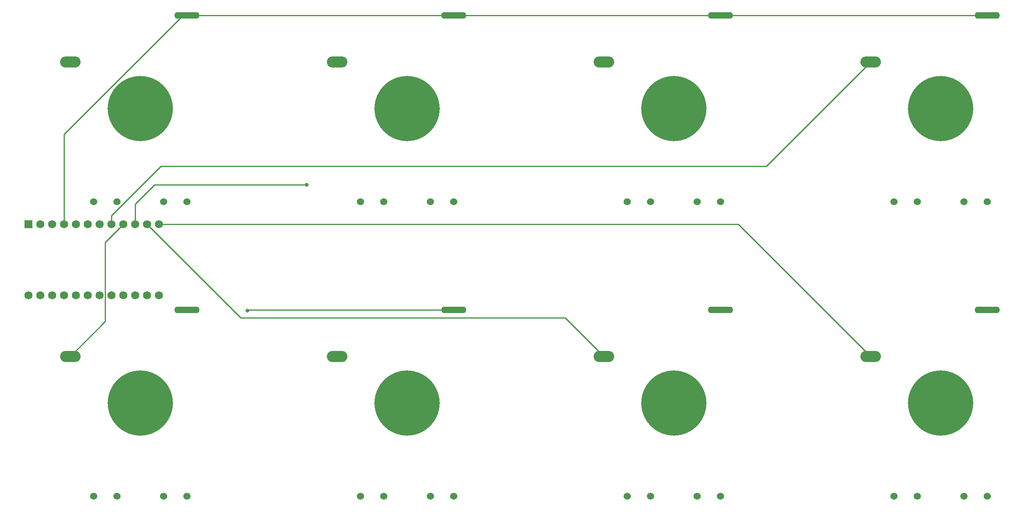
<source format=gbl>
%TF.GenerationSoftware,KiCad,Pcbnew,(5.1.8)-1*%
%TF.CreationDate,2021-01-26T10:30:40+02:00*%
%TF.ProjectId,bigartsey,62696761-7274-4736-9579-2e6b69636164,rev?*%
%TF.SameCoordinates,Original*%
%TF.FileFunction,Copper,L2,Bot*%
%TF.FilePolarity,Positive*%
%FSLAX46Y46*%
G04 Gerber Fmt 4.6, Leading zero omitted, Abs format (unit mm)*
G04 Created by KiCad (PCBNEW (5.1.8)-1) date 2021-01-26 10:30:40*
%MOMM*%
%LPD*%
G01*
G04 APERTURE LIST*
%TA.AperFunction,ComponentPad*%
%ADD10C,1.752600*%
%TD*%
%TA.AperFunction,ComponentPad*%
%ADD11R,1.752600X1.752600*%
%TD*%
%TA.AperFunction,ComponentPad*%
%ADD12C,14.000000*%
%TD*%
%TA.AperFunction,ComponentPad*%
%ADD13C,1.524000*%
%TD*%
%TA.AperFunction,ComponentPad*%
%ADD14O,5.400000X1.400000*%
%TD*%
%TA.AperFunction,ComponentPad*%
%ADD15O,4.400000X2.400000*%
%TD*%
%TA.AperFunction,ViaPad*%
%ADD16C,0.800000*%
%TD*%
%TA.AperFunction,Conductor*%
%ADD17C,0.250000*%
%TD*%
G04 APERTURE END LIST*
D10*
%TO.P,U1,24*%
%TO.N,Net-(U1-Pad24)*%
X38862000Y-96774000D03*
%TO.P,U1,12*%
%TO.N,sw8*%
X66802000Y-81534000D03*
%TO.P,U1,23*%
%TO.N,Net-(U1-Pad23)*%
X41402000Y-96774000D03*
%TO.P,U1,22*%
%TO.N,Net-(U1-Pad22)*%
X43942000Y-96774000D03*
%TO.P,U1,21*%
%TO.N,Net-(U1-Pad21)*%
X46482000Y-96774000D03*
%TO.P,U1,20*%
%TO.N,Net-(U1-Pad20)*%
X49022000Y-96774000D03*
%TO.P,U1,19*%
%TO.N,Net-(U1-Pad19)*%
X51562000Y-96774000D03*
%TO.P,U1,18*%
%TO.N,Net-(U1-Pad18)*%
X54102000Y-96774000D03*
%TO.P,U1,17*%
%TO.N,Net-(U1-Pad17)*%
X56642000Y-96774000D03*
%TO.P,U1,16*%
%TO.N,Net-(U1-Pad16)*%
X59182000Y-96774000D03*
%TO.P,U1,15*%
%TO.N,Net-(U1-Pad15)*%
X61722000Y-96774000D03*
%TO.P,U1,14*%
%TO.N,Net-(U1-Pad14)*%
X64262000Y-96774000D03*
%TO.P,U1,13*%
%TO.N,Net-(U1-Pad13)*%
X66802000Y-96774000D03*
%TO.P,U1,11*%
%TO.N,sw7*%
X64262000Y-81534000D03*
%TO.P,U1,10*%
%TO.N,sw6*%
X61722000Y-81534000D03*
%TO.P,U1,9*%
%TO.N,sw5*%
X59182000Y-81534000D03*
%TO.P,U1,8*%
%TO.N,sw4*%
X56642000Y-81534000D03*
%TO.P,U1,7*%
%TO.N,sw3*%
X54102000Y-81534000D03*
%TO.P,U1,6*%
%TO.N,sw2*%
X51562000Y-81534000D03*
%TO.P,U1,5*%
%TO.N,sw1*%
X49022000Y-81534000D03*
%TO.P,U1,4*%
%TO.N,GND*%
X46482000Y-81534000D03*
%TO.P,U1,3*%
%TO.N,Net-(U1-Pad3)*%
X43942000Y-81534000D03*
%TO.P,U1,2*%
%TO.N,Net-(U1-Pad2)*%
X41402000Y-81534000D03*
D11*
%TO.P,U1,1*%
%TO.N,Net-(U1-Pad1)*%
X38862000Y-81534000D03*
%TD*%
D12*
%TO.P,SW8,*%
%TO.N,*%
X234251500Y-119855500D03*
D13*
%TO.P,SW8,7*%
%TO.N,N/C*%
X224251500Y-139855500D03*
%TO.P,SW8,6*%
X229251500Y-139855500D03*
%TO.P,SW8,5*%
X239251500Y-139855500D03*
%TO.P,SW8,4*%
X244251500Y-139855500D03*
D14*
%TO.P,SW8,2*%
%TO.N,GND*%
X244251500Y-99855500D03*
D15*
%TO.P,SW8,1*%
%TO.N,sw8*%
X219251500Y-109855500D03*
%TD*%
D12*
%TO.P,SW7,*%
%TO.N,*%
X234251500Y-56705500D03*
D13*
%TO.P,SW7,7*%
%TO.N,N/C*%
X224251500Y-76705500D03*
%TO.P,SW7,6*%
X229251500Y-76705500D03*
%TO.P,SW7,5*%
X239251500Y-76705500D03*
%TO.P,SW7,4*%
X244251500Y-76705500D03*
D14*
%TO.P,SW7,2*%
%TO.N,GND*%
X244251500Y-36705500D03*
D15*
%TO.P,SW7,1*%
%TO.N,sw4*%
X219251500Y-46705500D03*
%TD*%
D12*
%TO.P,SW6,*%
%TO.N,*%
X177101500Y-119855500D03*
D13*
%TO.P,SW6,7*%
%TO.N,N/C*%
X167101500Y-139855500D03*
%TO.P,SW6,6*%
X172101500Y-139855500D03*
%TO.P,SW6,5*%
X182101500Y-139855500D03*
%TO.P,SW6,4*%
X187101500Y-139855500D03*
D14*
%TO.P,SW6,2*%
%TO.N,GND*%
X187101500Y-99855500D03*
D15*
%TO.P,SW6,1*%
%TO.N,sw7*%
X162101500Y-109855500D03*
%TD*%
D12*
%TO.P,SW5,*%
%TO.N,*%
X119951500Y-119855500D03*
D13*
%TO.P,SW5,7*%
%TO.N,N/C*%
X109951500Y-139855500D03*
%TO.P,SW5,6*%
X114951500Y-139855500D03*
%TO.P,SW5,5*%
X124951500Y-139855500D03*
%TO.P,SW5,4*%
X129951500Y-139855500D03*
D14*
%TO.P,SW5,2*%
%TO.N,GND*%
X129951500Y-99855500D03*
D15*
%TO.P,SW5,1*%
%TO.N,sw3*%
X104951500Y-109855500D03*
%TD*%
D12*
%TO.P,SW4,*%
%TO.N,*%
X177101500Y-56705500D03*
D13*
%TO.P,SW4,7*%
%TO.N,N/C*%
X167101500Y-76705500D03*
%TO.P,SW4,6*%
X172101500Y-76705500D03*
%TO.P,SW4,5*%
X182101500Y-76705500D03*
%TO.P,SW4,4*%
X187101500Y-76705500D03*
D14*
%TO.P,SW4,2*%
%TO.N,GND*%
X187101500Y-36705500D03*
D15*
%TO.P,SW4,1*%
%TO.N,sw6*%
X162101500Y-46705500D03*
%TD*%
D12*
%TO.P,SW3,*%
%TO.N,*%
X119951500Y-56705500D03*
D13*
%TO.P,SW3,7*%
%TO.N,N/C*%
X109951500Y-76705500D03*
%TO.P,SW3,6*%
X114951500Y-76705500D03*
%TO.P,SW3,5*%
X124951500Y-76705500D03*
%TO.P,SW3,4*%
X129951500Y-76705500D03*
D14*
%TO.P,SW3,2*%
%TO.N,GND*%
X129951500Y-36705500D03*
D15*
%TO.P,SW3,1*%
%TO.N,sw2*%
X104951500Y-46705500D03*
%TD*%
D12*
%TO.P,SW2,*%
%TO.N,*%
X62801500Y-119855500D03*
D13*
%TO.P,SW2,7*%
%TO.N,N/C*%
X52801500Y-139855500D03*
%TO.P,SW2,6*%
X57801500Y-139855500D03*
%TO.P,SW2,5*%
X67801500Y-139855500D03*
%TO.P,SW2,4*%
X72801500Y-139855500D03*
D14*
%TO.P,SW2,2*%
%TO.N,GND*%
X72801500Y-99855500D03*
D15*
%TO.P,SW2,1*%
%TO.N,sw5*%
X47801500Y-109855500D03*
%TD*%
D12*
%TO.P,SW1,*%
%TO.N,*%
X62801500Y-56705500D03*
D13*
%TO.P,SW1,7*%
%TO.N,N/C*%
X52801500Y-76705500D03*
%TO.P,SW1,6*%
X57801500Y-76705500D03*
%TO.P,SW1,5*%
X67801500Y-76705500D03*
%TO.P,SW1,4*%
X72801500Y-76705500D03*
D14*
%TO.P,SW1,2*%
%TO.N,GND*%
X72801500Y-36705500D03*
D15*
%TO.P,SW1,1*%
%TO.N,sw1*%
X47801500Y-46705500D03*
%TD*%
D16*
%TO.N,GND*%
X85725000Y-100012500D03*
%TO.N,sw6*%
X98425000Y-73025000D03*
%TD*%
D17*
%TO.N,GND*%
X85882000Y-99855500D02*
X85725000Y-100012500D01*
X129951500Y-99855500D02*
X85882000Y-99855500D01*
X72801500Y-36705500D02*
X129951500Y-36705500D01*
X129951500Y-36705500D02*
X187101500Y-36705500D01*
X187101500Y-36705500D02*
X244251500Y-36705500D01*
X71960498Y-36705500D02*
X72801500Y-36705500D01*
X46482000Y-62183998D02*
X71960498Y-36705500D01*
X46482000Y-81534000D02*
X46482000Y-62183998D01*
%TO.N,sw5*%
X55303301Y-102353699D02*
X47801500Y-109855500D01*
X55303301Y-85412699D02*
X55303301Y-102353699D01*
X59182000Y-81534000D02*
X55303301Y-85412699D01*
%TO.N,sw6*%
X61722000Y-81534000D02*
X61722000Y-77184250D01*
X65881250Y-73025000D02*
X98425000Y-73025000D01*
X61722000Y-77184250D02*
X65881250Y-73025000D01*
%TO.N,sw7*%
X64262000Y-81534000D02*
X84328000Y-101600000D01*
X153846000Y-101600000D02*
X162101500Y-109855500D01*
X84328000Y-101600000D02*
X153846000Y-101600000D01*
%TO.N,sw4*%
X56642000Y-81534000D02*
X56642000Y-79660750D01*
X56642000Y-79660750D02*
X67246500Y-69056250D01*
X196900750Y-69056250D02*
X219251500Y-46705500D01*
X67246500Y-69056250D02*
X196900750Y-69056250D01*
%TO.N,sw8*%
X190930000Y-81534000D02*
X219251500Y-109855500D01*
X66802000Y-81534000D02*
X190930000Y-81534000D01*
%TD*%
M02*

</source>
